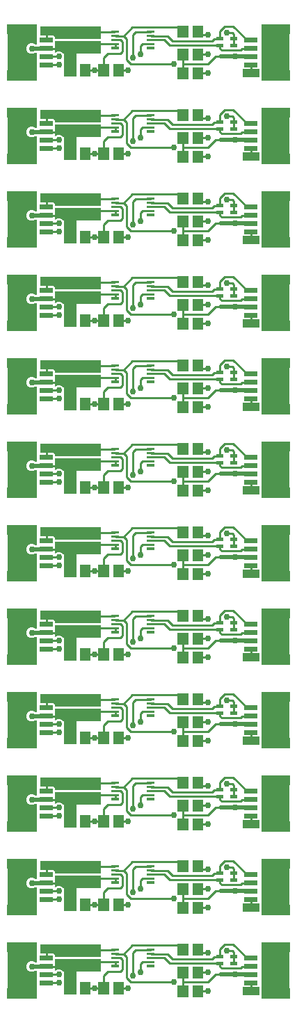
<source format=gbr>
G04 start of page 2 for group 0 idx 0 *
G04 Title: (unknown), top *
G04 Creator: pcb 20140316 *
G04 CreationDate: Tue 26 Feb 2019 03:12:25 PM GMT UTC *
G04 For: railfan *
G04 Format: Gerber/RS-274X *
G04 PCB-Dimensions (mil): 1580.00 4900.00 *
G04 PCB-Coordinate-Origin: lower left *
%MOIN*%
%FSLAX25Y25*%
%LNTOP*%
%ADD22C,0.0130*%
%ADD21C,0.0310*%
%ADD20C,0.0300*%
%ADD19R,0.0472X0.0472*%
%ADD18R,0.0236X0.0236*%
%ADD17R,0.0167X0.0167*%
%ADD16R,0.0512X0.0512*%
%ADD15R,0.0100X0.0100*%
%ADD14R,0.0120X0.0120*%
%ADD13C,0.0200*%
%ADD12C,0.0100*%
%ADD11C,0.0001*%
G54D11*G36*
X56000Y270500D02*Y264500D01*
X38095D01*
X38092Y264505D01*
X37836Y264805D01*
X37537Y265060D01*
X37201Y265266D01*
X36838Y265416D01*
X36455Y265508D01*
X36063Y265539D01*
X35671Y265508D01*
X35288Y265416D01*
X34925Y265266D01*
X34589Y265060D01*
X34290Y264805D01*
X34056Y264532D01*
X34001D01*
X34000Y264535D01*
Y265465D01*
X34005Y265478D01*
X34042Y265631D01*
X34051Y265788D01*
X34042Y268306D01*
X34005Y268459D01*
X34000Y268472D01*
Y269402D01*
X34005Y269415D01*
X34042Y269568D01*
X34051Y269725D01*
X34048Y270500D01*
X56000D01*
G37*
G36*
X38500Y253500D02*Y258536D01*
X38540Y258702D01*
X38563Y259094D01*
X38540Y259487D01*
X38500Y259653D01*
Y262473D01*
X38540Y262639D01*
X38563Y263031D01*
X38540Y263424D01*
X38500Y263590D01*
Y267500D01*
X44500D01*
Y253500D01*
X38500D01*
G37*
G36*
X56000Y277500D02*Y271500D01*
X34045D01*
X34042Y272243D01*
X34005Y272396D01*
X33945Y272542D01*
X33863Y272676D01*
X33760Y272796D01*
X33641Y272898D01*
X33506Y272980D01*
X33361Y273041D01*
X33208Y273077D01*
X33051Y273087D01*
X27000Y273078D01*
Y277500D01*
X56000D01*
G37*
G36*
X11500Y278500D02*X25500D01*
Y268969D01*
X24508D01*
X24474Y268997D01*
X24138Y269203D01*
X23775Y269353D01*
X23392Y269445D01*
X23000Y269476D01*
X22608Y269445D01*
X22225Y269353D01*
X21862Y269203D01*
X21526Y268997D01*
X21227Y268742D01*
X20971Y268442D01*
X20766Y268107D01*
X20615Y267743D01*
X20523Y267361D01*
X20492Y266969D01*
X20523Y266576D01*
X20615Y266194D01*
X20766Y265830D01*
X20971Y265495D01*
X21227Y265195D01*
X21526Y264940D01*
X21862Y264734D01*
X22225Y264584D01*
X22608Y264492D01*
X23000Y264461D01*
X23392Y264492D01*
X23775Y264584D01*
X24138Y264734D01*
X24474Y264940D01*
X24508Y264969D01*
X25500D01*
Y251500D01*
X11500D01*
Y278500D01*
G37*
G36*
X56000Y230500D02*Y224500D01*
X38095D01*
X38092Y224505D01*
X37836Y224805D01*
X37537Y225060D01*
X37201Y225266D01*
X36838Y225416D01*
X36455Y225508D01*
X36063Y225539D01*
X35671Y225508D01*
X35288Y225416D01*
X34925Y225266D01*
X34589Y225060D01*
X34290Y224805D01*
X34056Y224532D01*
X34001D01*
X34000Y224535D01*
Y225465D01*
X34005Y225478D01*
X34042Y225631D01*
X34051Y225788D01*
X34042Y228306D01*
X34005Y228459D01*
X34000Y228472D01*
Y229402D01*
X34005Y229415D01*
X34042Y229568D01*
X34051Y229725D01*
X34048Y230500D01*
X56000D01*
G37*
G36*
X38500Y213500D02*Y218536D01*
X38540Y218702D01*
X38563Y219094D01*
X38540Y219487D01*
X38500Y219653D01*
Y222473D01*
X38540Y222639D01*
X38563Y223031D01*
X38540Y223424D01*
X38500Y223590D01*
Y227500D01*
X44500D01*
Y213500D01*
X38500D01*
G37*
G36*
X56000Y237500D02*Y231500D01*
X34045D01*
X34042Y232243D01*
X34005Y232396D01*
X33945Y232542D01*
X33863Y232676D01*
X33760Y232796D01*
X33641Y232898D01*
X33506Y232980D01*
X33361Y233041D01*
X33208Y233077D01*
X33051Y233087D01*
X27000Y233078D01*
Y237500D01*
X56000D01*
G37*
G36*
X11500Y238500D02*X25500D01*
Y228969D01*
X24508D01*
X24474Y228997D01*
X24138Y229203D01*
X23775Y229353D01*
X23392Y229445D01*
X23000Y229476D01*
X22608Y229445D01*
X22225Y229353D01*
X21862Y229203D01*
X21526Y228997D01*
X21227Y228742D01*
X20971Y228443D01*
X20766Y228107D01*
X20615Y227743D01*
X20523Y227361D01*
X20492Y226969D01*
X20523Y226576D01*
X20615Y226194D01*
X20766Y225830D01*
X20971Y225495D01*
X21227Y225195D01*
X21526Y224940D01*
X21862Y224734D01*
X22225Y224584D01*
X22608Y224492D01*
X23000Y224461D01*
X23392Y224492D01*
X23775Y224584D01*
X24138Y224734D01*
X24474Y224940D01*
X24508Y224969D01*
X25500D01*
Y211500D01*
X11500D01*
Y238500D01*
G37*
G36*
X146500Y358500D02*Y331500D01*
X133000D01*
Y358500D01*
X146500D01*
G37*
G36*
X132000Y333000D02*X124000D01*
Y337000D01*
X132000D01*
Y333000D01*
G37*
G36*
X146500Y318500D02*Y291500D01*
X133000D01*
Y318500D01*
X146500D01*
G37*
G36*
X132000Y293000D02*X124000D01*
Y297000D01*
X132000D01*
Y293000D01*
G37*
G36*
X146500Y278500D02*Y251500D01*
X133000D01*
Y278500D01*
X146500D01*
G37*
G36*
X132000Y253000D02*X124000D01*
Y257000D01*
X132000D01*
Y253000D01*
G37*
G36*
X146500Y238500D02*Y211500D01*
X133000D01*
Y238500D01*
X146500D01*
G37*
G36*
X132000Y213000D02*X124000D01*
Y217000D01*
X132000D01*
Y213000D01*
G37*
G36*
X146500Y198500D02*Y171500D01*
X133000D01*
Y198500D01*
X146500D01*
G37*
G36*
X132000Y173000D02*X124000D01*
Y177000D01*
X132000D01*
Y173000D01*
G37*
G36*
X146500Y158500D02*Y131500D01*
X133000D01*
Y158500D01*
X146500D01*
G37*
G36*
Y118500D02*Y91500D01*
X133000D01*
Y118500D01*
X146500D01*
G37*
G36*
Y78500D02*Y51500D01*
X133000D01*
Y78500D01*
X146500D01*
G37*
G36*
Y38500D02*Y11500D01*
X133000D01*
Y38500D01*
X146500D01*
G37*
G36*
X132000Y133000D02*X124000D01*
Y137000D01*
X132000D01*
Y133000D01*
G37*
G36*
Y93000D02*X124000D01*
Y97000D01*
X132000D01*
Y93000D01*
G37*
G36*
Y53000D02*X124000D01*
Y57000D01*
X132000D01*
Y53000D01*
G37*
G36*
Y13000D02*X124000D01*
Y17000D01*
X132000D01*
Y13000D01*
G37*
G36*
X56000Y190500D02*Y184500D01*
X38095D01*
X38092Y184505D01*
X37836Y184805D01*
X37537Y185060D01*
X37201Y185266D01*
X36838Y185416D01*
X36455Y185508D01*
X36063Y185539D01*
X35671Y185508D01*
X35288Y185416D01*
X34925Y185266D01*
X34589Y185060D01*
X34290Y184805D01*
X34056Y184532D01*
X34001D01*
X34000Y184535D01*
Y185465D01*
X34005Y185478D01*
X34042Y185631D01*
X34051Y185788D01*
X34042Y188306D01*
X34005Y188459D01*
X34000Y188472D01*
Y189402D01*
X34005Y189415D01*
X34042Y189568D01*
X34051Y189725D01*
X34048Y190500D01*
X56000D01*
G37*
G36*
X38500Y173500D02*Y178536D01*
X38540Y178702D01*
X38563Y179094D01*
X38540Y179487D01*
X38500Y179653D01*
Y182473D01*
X38540Y182639D01*
X38563Y183031D01*
X38540Y183424D01*
X38500Y183590D01*
Y187500D01*
X44500D01*
Y173500D01*
X38500D01*
G37*
G36*
X56000Y197500D02*Y191500D01*
X34045D01*
X34042Y192243D01*
X34005Y192396D01*
X33945Y192542D01*
X33863Y192676D01*
X33760Y192796D01*
X33641Y192898D01*
X33506Y192980D01*
X33361Y193041D01*
X33208Y193077D01*
X33051Y193087D01*
X27000Y193078D01*
Y197500D01*
X56000D01*
G37*
G36*
X11500Y198500D02*X25500D01*
Y188969D01*
X24508D01*
X24474Y188997D01*
X24138Y189203D01*
X23775Y189353D01*
X23392Y189445D01*
X23000Y189476D01*
X22608Y189445D01*
X22225Y189353D01*
X21862Y189203D01*
X21526Y188997D01*
X21227Y188742D01*
X20971Y188442D01*
X20766Y188107D01*
X20615Y187743D01*
X20523Y187361D01*
X20492Y186969D01*
X20523Y186576D01*
X20615Y186194D01*
X20766Y185830D01*
X20971Y185495D01*
X21227Y185195D01*
X21526Y184940D01*
X21862Y184734D01*
X22225Y184584D01*
X22608Y184492D01*
X23000Y184461D01*
X23392Y184492D01*
X23775Y184584D01*
X24138Y184734D01*
X24474Y184940D01*
X24508Y184969D01*
X25500D01*
Y171500D01*
X11500D01*
Y198500D01*
G37*
G36*
X56000Y150500D02*Y144500D01*
X38095D01*
X38092Y144505D01*
X37836Y144805D01*
X37537Y145060D01*
X37201Y145266D01*
X36838Y145416D01*
X36455Y145508D01*
X36063Y145539D01*
X35671Y145508D01*
X35288Y145416D01*
X34925Y145266D01*
X34589Y145060D01*
X34290Y144805D01*
X34056Y144532D01*
X34001D01*
X34000Y144535D01*
Y145465D01*
X34005Y145478D01*
X34042Y145631D01*
X34051Y145788D01*
X34042Y148306D01*
X34005Y148459D01*
X34000Y148472D01*
Y149402D01*
X34005Y149415D01*
X34042Y149568D01*
X34051Y149725D01*
X34048Y150500D01*
X56000D01*
G37*
G36*
X38500Y133500D02*Y138536D01*
X38540Y138702D01*
X38563Y139094D01*
X38540Y139487D01*
X38500Y139653D01*
Y142473D01*
X38540Y142639D01*
X38563Y143031D01*
X38540Y143424D01*
X38500Y143590D01*
Y147500D01*
X44500D01*
Y133500D01*
X38500D01*
G37*
G36*
X56000Y157500D02*Y151500D01*
X34045D01*
X34042Y152243D01*
X34005Y152396D01*
X33945Y152542D01*
X33863Y152676D01*
X33760Y152796D01*
X33641Y152898D01*
X33506Y152980D01*
X33361Y153041D01*
X33208Y153077D01*
X33051Y153087D01*
X27000Y153078D01*
Y157500D01*
X56000D01*
G37*
G36*
X11500Y158500D02*X25500D01*
Y148969D01*
X24508D01*
X24474Y148997D01*
X24138Y149203D01*
X23775Y149353D01*
X23392Y149445D01*
X23000Y149476D01*
X22608Y149445D01*
X22225Y149353D01*
X21862Y149203D01*
X21526Y148997D01*
X21227Y148742D01*
X20971Y148442D01*
X20766Y148107D01*
X20615Y147743D01*
X20523Y147361D01*
X20492Y146969D01*
X20523Y146576D01*
X20615Y146194D01*
X20766Y145830D01*
X20971Y145495D01*
X21227Y145195D01*
X21526Y144940D01*
X21862Y144734D01*
X22225Y144584D01*
X22608Y144492D01*
X23000Y144461D01*
X23392Y144492D01*
X23775Y144584D01*
X24138Y144734D01*
X24474Y144940D01*
X24508Y144969D01*
X25500D01*
Y131500D01*
X11500D01*
Y158500D01*
G37*
G36*
X56000Y110500D02*Y104500D01*
X38095D01*
X38092Y104505D01*
X37836Y104805D01*
X37537Y105060D01*
X37201Y105266D01*
X36838Y105416D01*
X36455Y105508D01*
X36063Y105539D01*
X35671Y105508D01*
X35288Y105416D01*
X34925Y105266D01*
X34589Y105060D01*
X34290Y104805D01*
X34056Y104532D01*
X34001D01*
X34000Y104535D01*
Y105465D01*
X34005Y105478D01*
X34042Y105631D01*
X34051Y105788D01*
X34042Y108306D01*
X34005Y108459D01*
X34000Y108472D01*
Y109402D01*
X34005Y109415D01*
X34042Y109568D01*
X34051Y109725D01*
X34048Y110500D01*
X56000D01*
G37*
G36*
X38500Y93500D02*Y98536D01*
X38540Y98702D01*
X38563Y99094D01*
X38540Y99487D01*
X38500Y99653D01*
Y102473D01*
X38540Y102639D01*
X38563Y103031D01*
X38540Y103424D01*
X38500Y103590D01*
Y107500D01*
X44500D01*
Y93500D01*
X38500D01*
G37*
G36*
X56000Y117500D02*Y111500D01*
X34045D01*
X34042Y112243D01*
X34005Y112396D01*
X33945Y112542D01*
X33863Y112676D01*
X33760Y112796D01*
X33641Y112898D01*
X33506Y112980D01*
X33361Y113041D01*
X33208Y113077D01*
X33051Y113087D01*
X27000Y113078D01*
Y117500D01*
X56000D01*
G37*
G36*
X11500Y118500D02*X25500D01*
Y108969D01*
X24508D01*
X24474Y108997D01*
X24138Y109203D01*
X23775Y109353D01*
X23392Y109445D01*
X23000Y109476D01*
X22608Y109445D01*
X22225Y109353D01*
X21862Y109203D01*
X21526Y108997D01*
X21227Y108742D01*
X20971Y108442D01*
X20766Y108107D01*
X20615Y107743D01*
X20523Y107361D01*
X20492Y106969D01*
X20523Y106576D01*
X20615Y106194D01*
X20766Y105830D01*
X20971Y105495D01*
X21227Y105195D01*
X21526Y104940D01*
X21862Y104734D01*
X22225Y104584D01*
X22608Y104492D01*
X23000Y104461D01*
X23392Y104492D01*
X23775Y104584D01*
X24138Y104734D01*
X24474Y104940D01*
X24508Y104969D01*
X25500D01*
Y91500D01*
X11500D01*
Y118500D01*
G37*
G36*
X56000Y70500D02*Y64500D01*
X38095D01*
X38092Y64505D01*
X37836Y64805D01*
X37537Y65060D01*
X37201Y65266D01*
X36838Y65416D01*
X36455Y65508D01*
X36063Y65539D01*
X35671Y65508D01*
X35288Y65416D01*
X34925Y65266D01*
X34589Y65060D01*
X34290Y64805D01*
X34056Y64532D01*
X34001D01*
X34000Y64535D01*
Y65465D01*
X34005Y65478D01*
X34042Y65631D01*
X34051Y65788D01*
X34042Y68306D01*
X34005Y68459D01*
X34000Y68472D01*
Y69402D01*
X34005Y69415D01*
X34042Y69568D01*
X34051Y69725D01*
X34048Y70500D01*
X56000D01*
G37*
G36*
X38500Y53500D02*Y58536D01*
X38540Y58702D01*
X38563Y59094D01*
X38540Y59487D01*
X38500Y59653D01*
Y62473D01*
X38540Y62639D01*
X38563Y63031D01*
X38540Y63424D01*
X38500Y63590D01*
Y67500D01*
X44500D01*
Y53500D01*
X38500D01*
G37*
G36*
X56000Y77500D02*Y71500D01*
X34045D01*
X34042Y72243D01*
X34005Y72396D01*
X33945Y72542D01*
X33863Y72676D01*
X33760Y72796D01*
X33641Y72898D01*
X33506Y72980D01*
X33361Y73041D01*
X33208Y73077D01*
X33051Y73087D01*
X27000Y73078D01*
Y77500D01*
X56000D01*
G37*
G36*
X11500Y78500D02*X25500D01*
Y68969D01*
X24508D01*
X24474Y68997D01*
X24138Y69203D01*
X23775Y69353D01*
X23392Y69445D01*
X23000Y69476D01*
X22608Y69445D01*
X22225Y69353D01*
X21862Y69203D01*
X21526Y68997D01*
X21227Y68742D01*
X20971Y68442D01*
X20766Y68107D01*
X20615Y67743D01*
X20523Y67361D01*
X20492Y66969D01*
X20523Y66576D01*
X20615Y66194D01*
X20766Y65830D01*
X20971Y65495D01*
X21227Y65195D01*
X21526Y64940D01*
X21862Y64734D01*
X22225Y64584D01*
X22608Y64492D01*
X23000Y64461D01*
X23392Y64492D01*
X23775Y64584D01*
X24138Y64734D01*
X24474Y64940D01*
X24508Y64969D01*
X25500D01*
Y51500D01*
X11500D01*
Y78500D01*
G37*
G36*
X56000Y30500D02*Y24500D01*
X38095D01*
X38092Y24505D01*
X37836Y24805D01*
X37537Y25060D01*
X37201Y25266D01*
X36838Y25416D01*
X36455Y25508D01*
X36063Y25539D01*
X35671Y25508D01*
X35288Y25416D01*
X34925Y25266D01*
X34589Y25060D01*
X34290Y24805D01*
X34056Y24532D01*
X34001D01*
X34000Y24535D01*
Y25465D01*
X34005Y25478D01*
X34042Y25631D01*
X34051Y25788D01*
X34042Y28306D01*
X34005Y28459D01*
X34000Y28472D01*
Y29402D01*
X34005Y29415D01*
X34042Y29568D01*
X34051Y29725D01*
X34048Y30500D01*
X56000D01*
G37*
G36*
X38500Y13500D02*Y18536D01*
X38540Y18702D01*
X38563Y19094D01*
X38540Y19487D01*
X38500Y19653D01*
Y22473D01*
X38540Y22639D01*
X38563Y23031D01*
X38540Y23424D01*
X38500Y23590D01*
Y27500D01*
X44500D01*
Y13500D01*
X38500D01*
G37*
G36*
X56000Y37500D02*Y31500D01*
X34045D01*
X34042Y32243D01*
X34005Y32396D01*
X33945Y32542D01*
X33863Y32676D01*
X33760Y32796D01*
X33641Y32898D01*
X33506Y32980D01*
X33361Y33041D01*
X33208Y33077D01*
X33051Y33087D01*
X27000Y33078D01*
Y37500D01*
X56000D01*
G37*
G36*
X11500Y38500D02*X25500D01*
Y28969D01*
X24508D01*
X24474Y28997D01*
X24138Y29203D01*
X23775Y29353D01*
X23392Y29445D01*
X23000Y29476D01*
X22608Y29445D01*
X22225Y29353D01*
X21862Y29203D01*
X21526Y28997D01*
X21227Y28742D01*
X20971Y28442D01*
X20766Y28107D01*
X20615Y27743D01*
X20523Y27361D01*
X20492Y26969D01*
X20523Y26576D01*
X20615Y26194D01*
X20766Y25830D01*
X20971Y25495D01*
X21227Y25195D01*
X21526Y24940D01*
X21862Y24734D01*
X22225Y24584D01*
X22608Y24492D01*
X23000Y24461D01*
X23392Y24492D01*
X23775Y24584D01*
X24138Y24734D01*
X24474Y24940D01*
X24508Y24969D01*
X25500D01*
Y11500D01*
X11500D01*
Y38500D01*
G37*
G36*
X56000Y470500D02*Y464500D01*
X38095D01*
X38092Y464505D01*
X37836Y464805D01*
X37537Y465060D01*
X37201Y465266D01*
X36838Y465416D01*
X36455Y465508D01*
X36063Y465539D01*
X35671Y465508D01*
X35288Y465416D01*
X34925Y465266D01*
X34589Y465060D01*
X34290Y464805D01*
X34056Y464531D01*
X34001D01*
X34000Y464535D01*
Y465465D01*
X34005Y465478D01*
X34042Y465631D01*
X34051Y465788D01*
X34042Y468306D01*
X34005Y468459D01*
X34000Y468472D01*
Y469402D01*
X34005Y469415D01*
X34042Y469568D01*
X34051Y469725D01*
X34048Y470500D01*
X56000D01*
G37*
G36*
X38500Y453500D02*Y458536D01*
X38540Y458702D01*
X38563Y459094D01*
X38540Y459487D01*
X38500Y459653D01*
Y462473D01*
X38540Y462639D01*
X38563Y463031D01*
X38540Y463424D01*
X38500Y463590D01*
Y467500D01*
X44500D01*
Y453500D01*
X38500D01*
G37*
G36*
X56000Y477500D02*Y471500D01*
X34045D01*
X34042Y472243D01*
X34005Y472396D01*
X33945Y472542D01*
X33863Y472676D01*
X33760Y472796D01*
X33641Y472898D01*
X33506Y472980D01*
X33361Y473041D01*
X33208Y473077D01*
X33051Y473087D01*
X27000Y473078D01*
Y477500D01*
X56000D01*
G37*
G36*
X11500Y478500D02*X25500D01*
Y468969D01*
X24508D01*
X24474Y468997D01*
X24138Y469203D01*
X23775Y469353D01*
X23392Y469445D01*
X23000Y469476D01*
X22608Y469445D01*
X22225Y469353D01*
X21862Y469203D01*
X21526Y468997D01*
X21227Y468742D01*
X20971Y468442D01*
X20766Y468107D01*
X20615Y467743D01*
X20523Y467361D01*
X20492Y466969D01*
X20523Y466576D01*
X20615Y466194D01*
X20766Y465830D01*
X20971Y465495D01*
X21227Y465195D01*
X21526Y464940D01*
X21862Y464734D01*
X22225Y464584D01*
X22608Y464492D01*
X23000Y464461D01*
X23392Y464492D01*
X23775Y464584D01*
X24138Y464734D01*
X24474Y464940D01*
X24508Y464969D01*
X25500D01*
Y451500D01*
X11500D01*
Y478500D01*
G37*
G36*
X56000Y430500D02*Y424500D01*
X38095D01*
X38092Y424505D01*
X37836Y424805D01*
X37537Y425060D01*
X37201Y425266D01*
X36838Y425416D01*
X36455Y425508D01*
X36063Y425539D01*
X35671Y425508D01*
X35288Y425416D01*
X34925Y425266D01*
X34589Y425060D01*
X34290Y424805D01*
X34056Y424531D01*
X34001D01*
X34000Y424535D01*
Y425465D01*
X34005Y425478D01*
X34042Y425631D01*
X34051Y425788D01*
X34042Y428306D01*
X34005Y428459D01*
X34000Y428472D01*
Y429402D01*
X34005Y429415D01*
X34042Y429568D01*
X34051Y429725D01*
X34048Y430500D01*
X56000D01*
G37*
G36*
Y437500D02*Y431500D01*
X34045D01*
X34042Y432243D01*
X34005Y432396D01*
X33945Y432542D01*
X33863Y432676D01*
X33760Y432796D01*
X33641Y432898D01*
X33506Y432980D01*
X33361Y433041D01*
X33208Y433077D01*
X33051Y433087D01*
X27000Y433078D01*
Y437500D01*
X56000D01*
G37*
G36*
X38500Y413500D02*Y418536D01*
X38540Y418702D01*
X38563Y419094D01*
X38540Y419487D01*
X38500Y419653D01*
Y422473D01*
X38540Y422639D01*
X38563Y423031D01*
X38540Y423424D01*
X38500Y423590D01*
Y427500D01*
X44500D01*
Y413500D01*
X38500D01*
G37*
G36*
X56000Y390500D02*Y384500D01*
X38095D01*
X38092Y384505D01*
X37836Y384805D01*
X37537Y385060D01*
X37201Y385266D01*
X36838Y385416D01*
X36455Y385508D01*
X36063Y385539D01*
X35671Y385508D01*
X35288Y385416D01*
X34925Y385266D01*
X34589Y385060D01*
X34290Y384805D01*
X34056Y384532D01*
X34001D01*
X34000Y384535D01*
Y385465D01*
X34005Y385478D01*
X34042Y385631D01*
X34051Y385788D01*
X34042Y388306D01*
X34005Y388459D01*
X34000Y388472D01*
Y389402D01*
X34005Y389415D01*
X34042Y389568D01*
X34051Y389725D01*
X34048Y390500D01*
X56000D01*
G37*
G36*
X38500Y373500D02*Y378536D01*
X38540Y378702D01*
X38563Y379094D01*
X38540Y379487D01*
X38500Y379653D01*
Y382473D01*
X38540Y382639D01*
X38563Y383031D01*
X38540Y383424D01*
X38500Y383590D01*
Y387500D01*
X44500D01*
Y373500D01*
X38500D01*
G37*
G36*
X56000Y397500D02*Y391500D01*
X34045D01*
X34042Y392243D01*
X34005Y392396D01*
X33945Y392542D01*
X33863Y392676D01*
X33760Y392796D01*
X33641Y392898D01*
X33506Y392980D01*
X33361Y393041D01*
X33208Y393077D01*
X33051Y393087D01*
X27000Y393078D01*
Y397500D01*
X56000D01*
G37*
G36*
X11500Y438500D02*X25500D01*
Y428969D01*
X24508D01*
X24474Y428997D01*
X24138Y429203D01*
X23775Y429353D01*
X23392Y429445D01*
X23000Y429476D01*
X22608Y429445D01*
X22225Y429353D01*
X21862Y429203D01*
X21526Y428997D01*
X21227Y428742D01*
X20971Y428442D01*
X20766Y428107D01*
X20615Y427743D01*
X20523Y427361D01*
X20492Y426969D01*
X20523Y426576D01*
X20615Y426194D01*
X20766Y425830D01*
X20971Y425495D01*
X21227Y425195D01*
X21526Y424940D01*
X21862Y424734D01*
X22225Y424584D01*
X22608Y424492D01*
X23000Y424461D01*
X23392Y424492D01*
X23775Y424584D01*
X24138Y424734D01*
X24474Y424940D01*
X24508Y424969D01*
X25500D01*
Y411500D01*
X11500D01*
Y438500D01*
G37*
G36*
Y398500D02*X25500D01*
Y388969D01*
X24508D01*
X24474Y388997D01*
X24138Y389203D01*
X23775Y389353D01*
X23392Y389445D01*
X23000Y389476D01*
X22608Y389445D01*
X22225Y389353D01*
X21862Y389203D01*
X21526Y388997D01*
X21227Y388742D01*
X20971Y388442D01*
X20766Y388107D01*
X20615Y387743D01*
X20523Y387361D01*
X20492Y386969D01*
X20523Y386576D01*
X20615Y386194D01*
X20766Y385830D01*
X20971Y385495D01*
X21227Y385195D01*
X21526Y384940D01*
X21862Y384734D01*
X22225Y384584D01*
X22608Y384492D01*
X23000Y384461D01*
X23392Y384492D01*
X23775Y384584D01*
X24138Y384734D01*
X24474Y384940D01*
X24508Y384969D01*
X25500D01*
Y371500D01*
X11500D01*
Y398500D01*
G37*
G36*
X146500Y478500D02*Y451500D01*
X133000D01*
Y478500D01*
X146500D01*
G37*
G36*
X132000Y453000D02*X124000D01*
Y457000D01*
X132000D01*
Y453000D01*
G37*
G36*
X146500Y438500D02*Y411500D01*
X133000D01*
Y438500D01*
X146500D01*
G37*
G36*
Y398500D02*Y371500D01*
X133000D01*
Y398500D01*
X146500D01*
G37*
G36*
X132000Y413000D02*X124000D01*
Y417000D01*
X132000D01*
Y413000D01*
G37*
G36*
Y373000D02*X124000D01*
Y377000D01*
X132000D01*
Y373000D01*
G37*
G36*
X56000Y350500D02*Y344500D01*
X38095D01*
X38092Y344505D01*
X37836Y344805D01*
X37537Y345060D01*
X37201Y345266D01*
X36838Y345416D01*
X36455Y345508D01*
X36063Y345539D01*
X35671Y345508D01*
X35288Y345416D01*
X34925Y345266D01*
X34589Y345060D01*
X34290Y344805D01*
X34056Y344532D01*
X34001D01*
X34000Y344535D01*
Y345465D01*
X34005Y345478D01*
X34042Y345631D01*
X34051Y345788D01*
X34042Y348306D01*
X34005Y348459D01*
X34000Y348472D01*
Y349402D01*
X34005Y349415D01*
X34042Y349568D01*
X34051Y349725D01*
X34048Y350500D01*
X56000D01*
G37*
G36*
X38500Y333500D02*Y338536D01*
X38540Y338702D01*
X38563Y339094D01*
X38540Y339487D01*
X38500Y339653D01*
Y342473D01*
X38540Y342639D01*
X38563Y343031D01*
X38540Y343424D01*
X38500Y343590D01*
Y347500D01*
X44500D01*
Y333500D01*
X38500D01*
G37*
G36*
X56000Y357500D02*Y351500D01*
X34045D01*
X34042Y352243D01*
X34005Y352396D01*
X33945Y352542D01*
X33863Y352676D01*
X33760Y352796D01*
X33641Y352898D01*
X33506Y352980D01*
X33361Y353041D01*
X33208Y353077D01*
X33051Y353087D01*
X27000Y353078D01*
Y357500D01*
X56000D01*
G37*
G36*
X11500Y358500D02*X25500D01*
Y348969D01*
X24508D01*
X24474Y348997D01*
X24138Y349203D01*
X23775Y349353D01*
X23392Y349445D01*
X23000Y349476D01*
X22608Y349445D01*
X22225Y349353D01*
X21862Y349203D01*
X21526Y348997D01*
X21227Y348742D01*
X20971Y348442D01*
X20766Y348107D01*
X20615Y347743D01*
X20523Y347361D01*
X20492Y346969D01*
X20523Y346576D01*
X20615Y346194D01*
X20766Y345830D01*
X20971Y345495D01*
X21227Y345195D01*
X21526Y344940D01*
X21862Y344734D01*
X22225Y344584D01*
X22608Y344492D01*
X23000Y344461D01*
X23392Y344492D01*
X23775Y344584D01*
X24138Y344734D01*
X24474Y344940D01*
X24508Y344969D01*
X25500D01*
Y331500D01*
X11500D01*
Y358500D01*
G37*
G36*
X56000Y310500D02*Y304500D01*
X38095D01*
X38092Y304505D01*
X37836Y304805D01*
X37537Y305060D01*
X37201Y305266D01*
X36838Y305416D01*
X36455Y305508D01*
X36063Y305539D01*
X35671Y305508D01*
X35288Y305416D01*
X34925Y305266D01*
X34589Y305060D01*
X34290Y304805D01*
X34056Y304532D01*
X34001D01*
X34000Y304535D01*
Y305465D01*
X34005Y305478D01*
X34042Y305631D01*
X34051Y305788D01*
X34042Y308306D01*
X34005Y308459D01*
X34000Y308472D01*
Y309402D01*
X34005Y309415D01*
X34042Y309568D01*
X34051Y309725D01*
X34048Y310500D01*
X56000D01*
G37*
G36*
X38500Y293500D02*Y298536D01*
X38540Y298702D01*
X38563Y299094D01*
X38540Y299487D01*
X38500Y299653D01*
Y302473D01*
X38540Y302639D01*
X38563Y303031D01*
X38540Y303424D01*
X38500Y303590D01*
Y307500D01*
X44500D01*
Y293500D01*
X38500D01*
G37*
G36*
X56000Y317500D02*Y311500D01*
X34045D01*
X34042Y312243D01*
X34005Y312396D01*
X33945Y312542D01*
X33863Y312676D01*
X33760Y312796D01*
X33641Y312898D01*
X33506Y312980D01*
X33361Y313041D01*
X33208Y313077D01*
X33051Y313087D01*
X27000Y313078D01*
Y317500D01*
X56000D01*
G37*
G36*
X11500Y318500D02*X25500D01*
Y308969D01*
X24508D01*
X24474Y308997D01*
X24138Y309203D01*
X23775Y309353D01*
X23392Y309445D01*
X23000Y309476D01*
X22608Y309445D01*
X22225Y309353D01*
X21862Y309203D01*
X21526Y308997D01*
X21227Y308742D01*
X20971Y308442D01*
X20766Y308107D01*
X20615Y307743D01*
X20523Y307361D01*
X20492Y306969D01*
X20523Y306576D01*
X20615Y306194D01*
X20766Y305830D01*
X20971Y305495D01*
X21227Y305195D01*
X21526Y304940D01*
X21862Y304734D01*
X22225Y304584D01*
X22608Y304492D01*
X23000Y304461D01*
X23392Y304492D01*
X23775Y304584D01*
X24138Y304734D01*
X24474Y304940D01*
X24508Y304969D01*
X25500D01*
Y291500D01*
X11500D01*
Y318500D01*
G37*
G54D12*X62952Y394937D02*X52500D01*
X62952Y389031D02*X52500D01*
X63000Y391000D02*X65500D01*
X66500Y390000D01*
Y385500D01*
X65500Y384500D01*
X63000Y392969D02*X67031D01*
X68500Y391500D01*
X67031Y392969D02*X71062Y397000D01*
X68500Y391500D02*Y381500D01*
X63000Y387063D02*Y389031D01*
X48543Y376500D02*X56457D01*
X65500Y384500D02*X59500D01*
X57457Y382457D01*
Y376500D01*
X64543D02*X69000D01*
X68500Y381500D02*X70500Y379500D01*
X95457Y384000D02*Y375000D01*
X102543D02*X107500D01*
X102543Y384000D02*X107500D01*
X95457Y379457D02*X107457D01*
X111031Y383031D01*
X89000Y388500D02*X113077D01*
X70500Y379500D02*X91000D01*
X90500Y390500D02*X88031Y392969D01*
X80048D01*
X71062Y397000D02*X95457D01*
X107500Y393500D02*X102543D01*
X80000Y394937D02*X72937D01*
X71500Y393500D01*
X89000Y388500D02*X86500Y391000D01*
X80048D01*
X71500Y393500D02*Y382500D01*
X80000Y389031D02*X76031D01*
X75000Y388000D01*
Y384000D01*
X90500Y390500D02*X109500D01*
X110575Y391575D01*
X113152D01*
Y395152D01*
X119848Y388425D02*Y393652D01*
X119000Y394500D01*
X116500D01*
X113152Y395152D02*X115500Y397500D01*
X119500D01*
X126000Y391000D01*
X111031Y383031D02*X113500D01*
X128000Y375000D02*Y379094D01*
G54D13*X113500Y383031D02*X128000D01*
G54D12*X123000Y386000D02*X114000D01*
X113500Y386500D01*
X114000Y386000D02*X113152Y386848D01*
Y388425D01*
X113077Y388500D01*
X123000Y386000D02*X123969Y386969D01*
X128000D01*
X30000Y379094D02*X36063D01*
X30000Y339094D02*X36063D01*
X30000Y343031D02*X36063D01*
X30000Y346969D02*X37000D01*
X30000Y350906D02*Y355000D01*
Y383031D02*X36063D01*
X30000Y386969D02*X37000D01*
X30000Y390906D02*Y395000D01*
G54D13*X23000Y386969D02*X30000D01*
X23000Y346969D02*X30000D01*
G54D12*X62952Y354937D02*X52500D01*
X62952Y349031D02*X52500D01*
X63000Y347063D02*Y349031D01*
Y351000D02*X65500D01*
X66500Y350000D01*
Y345500D01*
X63000Y352969D02*X67031D01*
X68500Y351500D01*
X67031Y352969D02*X71062Y357000D01*
X68500Y351500D02*Y341500D01*
X71500Y353500D02*Y342500D01*
X75000Y348000D02*Y344000D01*
X48543Y336500D02*X56457D01*
X64543D02*X69000D01*
X66500Y345500D02*X65500Y344500D01*
X59500D01*
X57457Y342457D01*
Y336500D01*
X68500Y341500D02*X70500Y339500D01*
X91000D01*
X89000Y348500D02*X86500Y351000D01*
X90500Y350500D02*X88031Y352969D01*
X80048D01*
X71062Y357000D02*X95457D01*
X107500Y353500D02*X102543D01*
X86500Y351000D02*X80048D01*
X80000Y354937D02*X72937D01*
X71500Y353500D01*
X80000Y349031D02*X76031D01*
X75000Y348000D01*
X90500Y350500D02*X109500D01*
X110575Y351575D01*
X113152D01*
Y355152D01*
X119848Y348425D02*Y353652D01*
X119000Y354500D01*
X116500D01*
X113152Y355152D02*X115500Y357500D01*
X119500D01*
X126000Y351000D01*
X95457Y344000D02*Y335000D01*
X102543D02*X107500D01*
X102543Y344000D02*X107500D01*
X95457Y339457D02*X107457D01*
X111031Y343031D01*
X89000Y348500D02*X113077D01*
X111031Y343031D02*X113500D01*
X128000Y335000D02*Y339094D01*
G54D13*X113500Y343031D02*X128000D01*
G54D12*X123000Y346000D02*X114000D01*
X113500Y346500D01*
X114000Y346000D02*X113152Y346848D01*
Y348425D01*
X113077Y348500D01*
X123000Y346000D02*X123969Y346969D01*
X128000D01*
X48543Y416500D02*X56457D01*
X30000Y419094D02*X36063D01*
X30000Y423031D02*X36063D01*
X30000Y426969D02*X37000D01*
X30000Y430906D02*Y435000D01*
G54D13*X23000Y426969D02*X30000D01*
G54D12*X62952Y434937D02*X52500D01*
X62952Y429031D02*X52500D01*
X63000Y427063D02*Y429031D01*
X59500Y424500D02*X57457Y422457D01*
Y416500D01*
X63000Y431000D02*X65500D01*
X66500Y430000D01*
X65500Y424500D02*X59500D01*
X66500Y430000D02*Y425500D01*
X65500Y424500D01*
X68500Y431500D02*Y421500D01*
X71500Y433500D02*Y422500D01*
X75000Y428000D02*Y424000D01*
X63000Y471000D02*X65500D01*
X63000Y472969D02*X67031D01*
X68500Y471500D01*
X67031Y472969D02*X71062Y477000D01*
X65500Y471000D02*X66500Y470000D01*
X80000Y469031D02*X76031D01*
X75000Y468000D01*
X66500Y470000D02*Y465500D01*
X64543Y456500D02*X69000D01*
X68500Y471500D02*Y461500D01*
X70500Y459500D01*
X66500Y465500D02*X65500Y464500D01*
X59500D01*
X57457Y462457D01*
X70500Y459500D02*X91000D01*
X72937Y474937D02*X71500Y473500D01*
Y462500D01*
X75000Y468000D02*Y464000D01*
X48543Y456500D02*X56457D01*
X30000Y459094D02*X36063D01*
X30000Y463031D02*X36063D01*
X30000Y466969D02*X37000D01*
X57457Y462457D02*Y456500D01*
X62952Y474937D02*X52500D01*
X62952Y469031D02*X52500D01*
X63000Y467063D02*Y469031D01*
X30000Y470906D02*Y475000D01*
G54D13*X23000Y466969D02*X30000D01*
G54D12*X95457Y464000D02*Y455000D01*
X102543D02*X107500D01*
X102543Y464000D02*X107500D01*
X95457Y459457D02*X107457D01*
X111031Y463031D01*
X113500D01*
X128000Y455000D02*Y459094D01*
G54D13*X113500Y463031D02*X128000D01*
G54D12*X123000Y466000D02*X114000D01*
X113500Y466500D01*
X114000Y466000D02*X113152Y466848D01*
Y468425D01*
X113077Y468500D01*
X123000Y466000D02*X123969Y466969D01*
X128000D01*
X89000Y468500D02*X86500Y471000D01*
X90500Y470500D02*X88031Y472969D01*
X86500Y471000D02*X80048D01*
X88031Y472969D02*X80048D01*
X71062Y477000D02*X95457D01*
X80000Y474937D02*X72937D01*
X107500Y473500D02*X102543D01*
X89000Y468500D02*X113077D01*
X90500Y470500D02*X109500D01*
X110575Y471575D01*
X113152D01*
X119848Y468425D02*Y473652D01*
X119000Y474500D01*
X116500D01*
X113152Y471575D02*Y475152D01*
X115500Y477500D01*
X119500D01*
X126000Y471000D01*
X64543Y416500D02*X69000D01*
X68500Y421500D02*X70500Y419500D01*
X91000D01*
X63000Y432969D02*X67031D01*
X68500Y431500D01*
X67031Y432969D02*X71062Y437000D01*
X95457D01*
X107500Y433500D02*X102543D01*
X80000Y434937D02*X72937D01*
X71500Y433500D01*
X89000Y428500D02*X86500Y431000D01*
X80048D01*
X90500Y430500D02*X88031Y432969D01*
X80048D01*
X80000Y429031D02*X76031D01*
X75000Y428000D01*
X95457Y424000D02*Y415000D01*
X102543D02*X107500D01*
X102543Y424000D02*X107500D01*
X95457Y419457D02*X107457D01*
X111031Y423031D01*
X89000Y428500D02*X113077D01*
X90500Y430500D02*X109500D01*
X110575Y431575D01*
X113152D01*
Y435152D01*
X119848Y428425D02*Y433652D01*
X119000Y434500D01*
X116500D01*
X113152Y435152D02*X115500Y437500D01*
X119500D01*
X126000Y431000D01*
X111031Y423031D02*X113500D01*
X128000Y415000D02*Y419094D01*
G54D13*X113500Y423031D02*X128000D01*
G54D12*X123000Y426000D02*X123969Y426969D01*
X128000D01*
X123000Y426000D02*X114000D01*
X113500Y426500D01*
X114000Y426000D02*X113152Y426848D01*
Y428425D01*
X113077Y428500D01*
X30000Y299094D02*X36063D01*
X30000Y303031D02*X36063D01*
X30000Y306969D02*X37000D01*
X30000Y310906D02*Y315000D01*
G54D13*X23000Y306969D02*X30000D01*
G54D12*Y259094D02*X36063D01*
X30000Y263031D02*X36063D01*
X30000Y266969D02*X37000D01*
X30000Y270906D02*Y275000D01*
G54D13*X23000Y266969D02*X30000D01*
G54D12*X48543Y296500D02*X56457D01*
X64543D02*X69000D01*
X66500Y305500D02*X65500Y304500D01*
X59500D01*
X57457Y302457D01*
Y296500D01*
X68500Y301500D02*X70500Y299500D01*
X91000D01*
X89000Y308500D02*X86500Y311000D01*
X90500Y310500D02*X88031Y312969D01*
X80048D01*
X71062Y317000D02*X95457D01*
X107500Y313500D02*X102543D01*
X86500Y311000D02*X80048D01*
X80000Y314937D02*X72937D01*
X71500Y313500D01*
X80000Y309031D02*X76031D01*
X75000Y308000D01*
X90500Y310500D02*X109500D01*
X110575Y311575D01*
X113152D01*
Y315152D01*
X119848Y308425D02*Y313652D01*
X119000Y314500D01*
X116500D01*
X113152Y315152D02*X115500Y317500D01*
X119500D01*
X126000Y311000D01*
X95457Y304000D02*Y295000D01*
X102543D02*X107500D01*
X102543Y304000D02*X107500D01*
X95457Y299457D02*X107457D01*
X111031Y303031D01*
X89000Y308500D02*X113077D01*
X111031Y303031D02*X113500D01*
X128000Y295000D02*Y299094D01*
G54D13*X113500Y303031D02*X128000D01*
G54D12*X123000Y306000D02*X114000D01*
X113500Y306500D01*
X114000Y306000D02*X113152Y306848D01*
Y308425D01*
X113077Y308500D01*
X123000Y306000D02*X123969Y306969D01*
X128000D01*
X62952Y314937D02*X52500D01*
X62952Y309031D02*X52500D01*
X63000Y307063D02*Y309031D01*
Y311000D02*X65500D01*
X66500Y310000D01*
Y305500D01*
X63000Y312969D02*X67031D01*
X68500Y311500D01*
X67031Y312969D02*X71062Y317000D01*
X68500Y311500D02*Y301500D01*
X71500Y313500D02*Y302500D01*
X75000Y308000D02*Y304000D01*
X62952Y274937D02*X52500D01*
X62952Y269031D02*X52500D01*
X63000Y267063D02*Y269031D01*
Y271000D02*X65500D01*
X66500Y270000D01*
Y265500D01*
X63000Y272969D02*X67031D01*
X68500Y271500D01*
X67031Y272969D02*X71062Y277000D01*
X68500Y271500D02*Y261500D01*
X71500Y273500D02*Y262500D01*
X75000Y268000D02*Y264000D01*
X68500Y261500D02*X70500Y259500D01*
X91000D01*
X89000Y268500D02*X86500Y271000D01*
X90500Y270500D02*X88031Y272969D01*
X80048D01*
X71062Y277000D02*X95457D01*
X107500Y273500D02*X102543D01*
X86500Y271000D02*X80048D01*
X80000Y274937D02*X72937D01*
X71500Y273500D01*
X80000Y269031D02*X76031D01*
X75000Y268000D01*
X90500Y270500D02*X109500D01*
X110575Y271575D01*
X113152D01*
Y275152D01*
X119848Y268425D02*Y273652D01*
X119000Y274500D01*
X116500D01*
X113152Y275152D02*X115500Y277500D01*
X119500D01*
X126000Y271000D01*
X95457Y264000D02*Y255000D01*
X102543D02*X107500D01*
X102543Y264000D02*X107500D01*
X95457Y259457D02*X107457D01*
X111031Y263031D01*
X89000Y268500D02*X113077D01*
X111031Y263031D02*X113500D01*
X128000Y255000D02*Y259094D01*
G54D13*X113500Y263031D02*X128000D01*
G54D12*X123000Y266000D02*X114000D01*
X113500Y266500D01*
X114000Y266000D02*X113152Y266848D01*
Y268425D01*
X113077Y268500D01*
X123000Y266000D02*X123969Y266969D01*
X128000D01*
X48543Y256500D02*X56457D01*
X64543D02*X69000D01*
X66500Y265500D02*X65500Y264500D01*
X59500D01*
X57457Y262457D01*
Y256500D01*
X62952Y234937D02*X52500D01*
X62952Y229031D02*X52500D01*
X63000Y227063D02*Y229031D01*
X48543Y216500D02*X56457D01*
X30000Y219094D02*X36063D01*
X30000Y223031D02*X36063D01*
X30000Y226969D02*X37000D01*
X57457Y222457D02*Y216500D01*
X30000Y230906D02*Y235000D01*
G54D13*X23000Y226969D02*X30000D01*
G54D12*X63000Y231000D02*X65500D01*
X63000Y232969D02*X67031D01*
X68500Y231500D01*
X67031Y232969D02*X71062Y237000D01*
X65500Y231000D02*X66500Y230000D01*
X80000Y229031D02*X76031D01*
X75000Y228000D01*
X66500Y230000D02*Y225500D01*
X64543Y216500D02*X69000D01*
X68500Y231500D02*Y221500D01*
X70500Y219500D01*
X66500Y225500D02*X65500Y224500D01*
X59500D01*
X57457Y222457D01*
X70500Y219500D02*X91000D01*
X72937Y234937D02*X71500Y233500D01*
Y222500D01*
X75000Y228000D02*Y224000D01*
X95457D02*Y215000D01*
X102543D02*X107500D01*
X102543Y224000D02*X107500D01*
X95457Y219457D02*X107457D01*
X111031Y223031D01*
X113500D01*
X128000Y215000D02*Y219094D01*
G54D13*X113500Y223031D02*X128000D01*
G54D12*X123000Y226000D02*X114000D01*
X113500Y226500D01*
X114000Y226000D02*X113152Y226848D01*
Y228425D01*
X113077Y228500D01*
X123000Y226000D02*X123969Y226969D01*
X128000D01*
X89000Y228500D02*X86500Y231000D01*
X90500Y230500D02*X88031Y232969D01*
X86500Y231000D02*X80048D01*
X88031Y232969D02*X80048D01*
X71062Y237000D02*X95457D01*
X80000Y234937D02*X72937D01*
X107500Y233500D02*X102543D01*
X89000Y228500D02*X113077D01*
X90500Y230500D02*X109500D01*
X110575Y231575D01*
X113152D01*
X119848Y228425D02*Y233652D01*
X119000Y234500D01*
X116500D01*
X113152Y231575D02*Y235152D01*
X115500Y237500D01*
X119500D01*
X126000Y231000D01*
X62952Y194937D02*X52500D01*
X62952Y189031D02*X52500D01*
X63000Y187063D02*Y189031D01*
X48543Y176500D02*X56457D01*
X30000Y179094D02*X36063D01*
X30000Y183031D02*X36063D01*
X30000Y186969D02*X37000D01*
X57457Y182457D02*Y176500D01*
X30000Y190906D02*Y195000D01*
G54D13*X23000Y186969D02*X30000D01*
G54D12*X63000Y191000D02*X65500D01*
X63000Y192969D02*X67031D01*
X68500Y191500D01*
X67031Y192969D02*X71062Y197000D01*
X65500Y191000D02*X66500Y190000D01*
X80000Y189031D02*X76031D01*
X75000Y188000D01*
X66500Y190000D02*Y185500D01*
X64543Y176500D02*X69000D01*
X68500Y191500D02*Y181500D01*
X70500Y179500D01*
X66500Y185500D02*X65500Y184500D01*
X59500D01*
X57457Y182457D01*
X70500Y179500D02*X91000D01*
X72937Y194937D02*X71500Y193500D01*
Y182500D01*
X75000Y188000D02*Y184000D01*
X95457D02*Y175000D01*
X102543D02*X107500D01*
X102543Y184000D02*X107500D01*
X95457Y179457D02*X107457D01*
X111031Y183031D01*
X113500D01*
X128000Y175000D02*Y179094D01*
G54D13*X113500Y183031D02*X128000D01*
G54D12*X123000Y186000D02*X114000D01*
X113500Y186500D01*
X114000Y186000D02*X113152Y186848D01*
Y188425D01*
X113077Y188500D01*
X123000Y186000D02*X123969Y186969D01*
X128000D01*
X89000Y188500D02*X86500Y191000D01*
X90500Y190500D02*X88031Y192969D01*
X86500Y191000D02*X80048D01*
X88031Y192969D02*X80048D01*
X71062Y197000D02*X95457D01*
X80000Y194937D02*X72937D01*
X107500Y193500D02*X102543D01*
X89000Y188500D02*X113077D01*
X90500Y190500D02*X109500D01*
X110575Y191575D01*
X113152D01*
X119848Y188425D02*Y193652D01*
X119000Y194500D01*
X116500D01*
X113152Y191575D02*Y195152D01*
X115500Y197500D01*
X119500D01*
X126000Y191000D01*
X48543Y136500D02*X56457D01*
X30000Y139094D02*X36063D01*
X30000Y143031D02*X36063D01*
X30000Y146969D02*X37000D01*
X30000Y150906D02*Y155000D01*
G54D13*X23000Y146969D02*X30000D01*
G54D12*X62952Y154937D02*X52500D01*
X62952Y149031D02*X52500D01*
X63000Y147063D02*Y149031D01*
X59500Y144500D02*X57457Y142457D01*
Y136500D01*
X63000Y151000D02*X65500D01*
X66500Y150000D01*
X65500Y144500D02*X59500D01*
X66500Y150000D02*Y145500D01*
X65500Y144500D01*
X68500Y151500D02*Y141500D01*
X71500Y153500D02*Y142500D01*
X75000Y148000D02*Y144000D01*
X64543Y136500D02*X69000D01*
X68500Y141500D02*X70500Y139500D01*
X91000D01*
X63000Y152969D02*X67031D01*
X68500Y151500D01*
X67031Y152969D02*X71062Y157000D01*
X95457D01*
X107500Y153500D02*X102543D01*
X80000Y154937D02*X72937D01*
X71500Y153500D01*
X89000Y148500D02*X86500Y151000D01*
X80048D01*
X90500Y150500D02*X88031Y152969D01*
X80048D01*
X80000Y149031D02*X76031D01*
X75000Y148000D01*
X95457Y144000D02*Y135000D01*
X102543D02*X107500D01*
X102543Y144000D02*X107500D01*
X95457Y139457D02*X107457D01*
X111031Y143031D01*
X89000Y148500D02*X113077D01*
X90500Y150500D02*X109500D01*
X110575Y151575D01*
X113152D01*
Y155152D01*
X119848Y148425D02*Y153652D01*
X119000Y154500D01*
X116500D01*
X113152Y155152D02*X115500Y157500D01*
X119500D01*
X126000Y151000D01*
X111031Y143031D02*X113500D01*
X128000Y135000D02*Y139094D01*
G54D13*X113500Y143031D02*X128000D01*
G54D12*X123000Y146000D02*X123969Y146969D01*
X128000D01*
X123000Y146000D02*X114000D01*
X113500Y146500D01*
X114000Y146000D02*X113152Y146848D01*
Y148425D01*
X113077Y148500D01*
X62952Y114937D02*X52500D01*
X62952Y109031D02*X52500D01*
X63000Y111000D02*X65500D01*
X66500Y110000D01*
Y105500D01*
X65500Y104500D01*
X63000Y112969D02*X67031D01*
X68500Y111500D01*
X67031Y112969D02*X71062Y117000D01*
X68500Y111500D02*Y101500D01*
X63000Y107063D02*Y109031D01*
X48543Y96500D02*X56457D01*
X65500Y104500D02*X59500D01*
X57457Y102457D01*
Y96500D01*
X64543D02*X69000D01*
X68500Y101500D02*X70500Y99500D01*
X95457Y104000D02*Y95000D01*
X102543D02*X107500D01*
X102543Y104000D02*X107500D01*
X95457Y99457D02*X107457D01*
X111031Y103031D01*
X89000Y108500D02*X113077D01*
X70500Y99500D02*X91000D01*
X90500Y110500D02*X88031Y112969D01*
X80048D01*
X71062Y117000D02*X95457D01*
X107500Y113500D02*X102543D01*
X80000Y114937D02*X72937D01*
X71500Y113500D01*
X89000Y108500D02*X86500Y111000D01*
X80048D01*
X71500Y113500D02*Y102500D01*
X80000Y109031D02*X76031D01*
X75000Y108000D01*
Y104000D01*
X90500Y110500D02*X109500D01*
X110575Y111575D01*
X113152D01*
Y115152D01*
X119848Y108425D02*Y113652D01*
X119000Y114500D01*
X116500D01*
X113152Y115152D02*X115500Y117500D01*
X119500D01*
X126000Y111000D01*
X111031Y103031D02*X113500D01*
X128000Y95000D02*Y99094D01*
G54D13*X113500Y103031D02*X128000D01*
G54D12*X123000Y106000D02*X114000D01*
X113500Y106500D01*
X114000Y106000D02*X113152Y106848D01*
Y108425D01*
X113077Y108500D01*
X123000Y106000D02*X123969Y106969D01*
X128000D01*
X30000Y99094D02*X36063D01*
X30000Y59094D02*X36063D01*
X30000Y63031D02*X36063D01*
X30000Y66969D02*X37000D01*
X30000Y70906D02*Y75000D01*
Y103031D02*X36063D01*
X30000Y106969D02*X37000D01*
X30000Y110906D02*Y115000D01*
G54D13*X23000Y106969D02*X30000D01*
X23000Y66969D02*X30000D01*
G54D12*X62952Y74937D02*X52500D01*
X62952Y69031D02*X52500D01*
X63000Y67063D02*Y69031D01*
Y71000D02*X65500D01*
X66500Y70000D01*
Y65500D01*
X63000Y72969D02*X67031D01*
X68500Y71500D01*
X67031Y72969D02*X71062Y77000D01*
X68500Y71500D02*Y61500D01*
X71500Y73500D02*Y62500D01*
X75000Y68000D02*Y64000D01*
X48543Y56500D02*X56457D01*
X64543D02*X69000D01*
X66500Y65500D02*X65500Y64500D01*
X59500D01*
X57457Y62457D01*
Y56500D01*
X68500Y61500D02*X70500Y59500D01*
X91000D01*
X89000Y68500D02*X86500Y71000D01*
X90500Y70500D02*X88031Y72969D01*
X80048D01*
X71062Y77000D02*X95457D01*
X107500Y73500D02*X102543D01*
X86500Y71000D02*X80048D01*
X80000Y74937D02*X72937D01*
X71500Y73500D01*
X80000Y69031D02*X76031D01*
X75000Y68000D01*
X90500Y70500D02*X109500D01*
X110575Y71575D01*
X113152D01*
Y75152D01*
X119848Y68425D02*Y73652D01*
X119000Y74500D01*
X116500D01*
X113152Y75152D02*X115500Y77500D01*
X119500D01*
X126000Y71000D01*
X95457Y64000D02*Y55000D01*
X102543D02*X107500D01*
X102543Y64000D02*X107500D01*
X95457Y59457D02*X107457D01*
X111031Y63031D01*
X89000Y68500D02*X113077D01*
X111031Y63031D02*X113500D01*
X128000Y55000D02*Y59094D01*
G54D13*X113500Y63031D02*X128000D01*
G54D12*X123000Y66000D02*X114000D01*
X113500Y66500D01*
X114000Y66000D02*X113152Y66848D01*
Y68425D01*
X113077Y68500D01*
X123000Y66000D02*X123969Y66969D01*
X128000D01*
X30000Y19094D02*X36063D01*
X30000Y23031D02*X36063D01*
X30000Y26969D02*X37000D01*
X30000Y30906D02*Y35000D01*
G54D13*X23000Y26969D02*X30000D01*
G54D12*X62952Y34937D02*X52500D01*
X62952Y29031D02*X52500D01*
X63000Y27063D02*Y29031D01*
Y31000D02*X65500D01*
X66500Y30000D01*
Y25500D01*
X63000Y32969D02*X67031D01*
X68500Y31500D01*
X67031Y32969D02*X71062Y37000D01*
X68500Y31500D02*Y21500D01*
X71500Y33500D02*Y22500D01*
X75000Y28000D02*Y24000D01*
X48543Y16500D02*X56457D01*
X64543D02*X69000D01*
X66500Y25500D02*X65500Y24500D01*
X59500D01*
X57457Y22457D01*
Y16500D01*
X68500Y21500D02*X70500Y19500D01*
X91000D01*
X89000Y28500D02*X86500Y31000D01*
X90500Y30500D02*X88031Y32969D01*
X80048D01*
X71062Y37000D02*X95457D01*
X107500Y33500D02*X102543D01*
X86500Y31000D02*X80048D01*
X80000Y34937D02*X72937D01*
X71500Y33500D01*
X80000Y29031D02*X76031D01*
X75000Y28000D01*
X90500Y30500D02*X109500D01*
X110575Y31575D01*
X113152D01*
Y35152D01*
X119848Y28425D02*Y33652D01*
X119000Y34500D01*
X116500D01*
X113152Y35152D02*X115500Y37500D01*
X119500D01*
X126000Y31000D01*
X95457Y24000D02*Y15000D01*
X102543D02*X107500D01*
X102543Y24000D02*X107500D01*
X95457Y19457D02*X107457D01*
X111031Y23031D01*
X89000Y28500D02*X113077D01*
X111031Y23031D02*X113500D01*
X128000Y15000D02*Y19094D01*
G54D13*X113500Y23031D02*X128000D01*
G54D12*X123000Y26000D02*X114000D01*
X113500Y26500D01*
X114000Y26000D02*X113152Y26848D01*
Y28425D01*
X113077Y28500D01*
X123000Y26000D02*X123969Y26969D01*
X128000D01*
G54D14*X61803Y391000D02*X64102D01*
G54D15*X62500D02*X63500D01*
G54D14*X61803Y389031D02*X64102D01*
X61803Y387063D02*X64102D01*
G54D15*X62500Y389031D02*X63500D01*
X62500Y387063D02*X63500D01*
G54D16*X52107Y394543D02*X52893D01*
X52107Y387457D02*X52893D01*
X57457Y376893D02*Y376107D01*
X64543Y376893D02*Y376107D01*
X48543Y376893D02*Y376107D01*
G54D14*X61803Y354937D02*X64102D01*
X61803Y352969D02*X64102D01*
G54D15*X62500Y354937D02*X63500D01*
X62500Y352969D02*X63500D01*
G54D14*X61803Y351000D02*X64102D01*
X61803Y349031D02*X64102D01*
X61803Y347063D02*X64102D01*
G54D15*X62500Y351000D02*X63500D01*
X62500Y349031D02*X63500D01*
X62500Y347063D02*X63500D01*
G54D16*X52107Y347457D02*X52893D01*
X52107Y354543D02*X52893D01*
X57457Y336893D02*Y336107D01*
X48543Y336893D02*Y336107D01*
X64543Y336893D02*Y336107D01*
X95457Y395393D02*Y394607D01*
X102543Y395393D02*Y394607D01*
G54D17*X112217Y391575D02*X114087D01*
G54D16*X102543Y384393D02*Y383607D01*
Y375393D02*Y374607D01*
X95457Y384393D02*Y383607D01*
Y375393D02*Y374607D01*
G54D17*X112217Y388425D02*X114087D01*
X118913D02*X120783D01*
X118913Y391575D02*X120783D01*
G54D18*X126130Y379094D02*X129870D01*
X126130Y383031D02*X129870D01*
X126130Y386969D02*X129870D01*
X126130Y390906D02*X129870D01*
G54D19*X142075Y373976D02*X144437D01*
X142075Y396024D02*X144437D01*
G54D16*X95457Y355393D02*Y354607D01*
X102543Y355393D02*Y354607D01*
X95457Y344393D02*Y343607D01*
Y335393D02*Y334607D01*
X102543Y344393D02*Y343607D01*
Y335393D02*Y334607D01*
G54D17*X112217Y351575D02*X114087D01*
X118913D02*X120783D01*
G54D18*X126130Y350906D02*X129870D01*
G54D19*X142075Y356024D02*X144437D01*
G54D17*X112217Y348425D02*X114087D01*
X118913D02*X120783D01*
G54D18*X126130Y339094D02*X129870D01*
X126130Y343031D02*X129870D01*
X126130Y346969D02*X129870D01*
G54D19*X142075Y333976D02*X144437D01*
G54D18*X28130Y343031D02*X31870D01*
G54D19*X13563Y356024D02*X15925D01*
G54D18*X28130Y339094D02*X31870D01*
G54D19*X13563Y333976D02*X15925D01*
G54D16*X41457Y336893D02*Y336107D01*
G54D18*X28130Y350906D02*X31870D01*
X28130Y346969D02*X31870D01*
X28130Y310906D02*X31870D01*
X28130Y306969D02*X31870D01*
G54D16*X95457Y475393D02*Y474607D01*
X102543Y475393D02*Y474607D01*
G54D17*X112217Y471575D02*X114087D01*
X112217Y468425D02*X114087D01*
X118913D02*X120783D01*
X118913Y471575D02*X120783D01*
G54D18*X126130Y470906D02*X129870D01*
G54D16*X102543Y464393D02*Y463607D01*
X95457Y464393D02*Y463607D01*
G54D14*X78898Y467063D02*X81197D01*
X78898Y469031D02*X81197D01*
G54D15*X79500Y467063D02*X80500D01*
X79500Y469031D02*X80500D01*
G54D14*X78898Y471000D02*X81197D01*
X78898Y472969D02*X81197D01*
X78898Y474937D02*X81197D01*
G54D15*X79500Y471000D02*X80500D01*
X79500Y472969D02*X80500D01*
X79500Y474937D02*X80500D01*
G54D16*X57457Y456893D02*Y456107D01*
X64543Y456893D02*Y456107D01*
X48543Y456893D02*Y456107D01*
G54D18*X126130Y459094D02*X129870D01*
X126130Y463031D02*X129870D01*
X126130Y466969D02*X129870D01*
G54D19*X142075Y453976D02*X144437D01*
X142075Y476024D02*X144437D01*
G54D16*X95457Y435393D02*Y434607D01*
Y424393D02*Y423607D01*
X102543Y435393D02*Y434607D01*
Y424393D02*Y423607D01*
Y415393D02*Y414607D01*
G54D19*X142075Y413976D02*X144437D01*
G54D16*X95457Y415393D02*Y414607D01*
G54D17*X112217Y431575D02*X114087D01*
X112217Y428425D02*X114087D01*
X118913D02*X120783D01*
X118913Y431575D02*X120783D01*
G54D19*X142075Y436024D02*X144437D01*
G54D18*X126130Y419094D02*X129870D01*
X126130Y423031D02*X129870D01*
X126130Y426969D02*X129870D01*
X126130Y430906D02*X129870D01*
X28130Y470906D02*X31870D01*
X28130Y466969D02*X31870D01*
X28130Y463031D02*X31870D01*
X28130Y459094D02*X31870D01*
G54D19*X13563Y476024D02*X15925D01*
X13563Y453976D02*X15925D01*
G54D16*X41457Y456893D02*Y456107D01*
G54D18*X28130Y430906D02*X31870D01*
G54D19*X13563Y436024D02*X15925D01*
G54D14*X61803Y474937D02*X64102D01*
G54D15*X62500D02*X63500D01*
G54D14*X61803Y472969D02*X64102D01*
G54D15*X62500D02*X63500D01*
G54D14*X61803Y471000D02*X64102D01*
X61803Y469031D02*X64102D01*
X61803Y467063D02*X64102D01*
G54D15*X62500Y471000D02*X63500D01*
X62500Y469031D02*X63500D01*
X62500Y467063D02*X63500D01*
G54D16*X52107Y467457D02*X52893D01*
X52107Y474543D02*X52893D01*
G54D14*X61803Y434937D02*X64102D01*
G54D15*X62500D02*X63500D01*
G54D16*X52107Y434543D02*X52893D01*
G54D14*X61803Y432969D02*X64102D01*
X61803Y431000D02*X64102D01*
G54D15*X62500Y432969D02*X63500D01*
X62500Y431000D02*X63500D01*
G54D14*X61803Y429031D02*X64102D01*
X61803Y427063D02*X64102D01*
G54D15*X62500Y429031D02*X63500D01*
X62500Y427063D02*X63500D01*
G54D16*X52107Y427457D02*X52893D01*
G54D18*X28130Y426969D02*X31870D01*
X28130Y423031D02*X31870D01*
X28130Y390906D02*X31870D01*
X28130Y419094D02*X31870D01*
G54D19*X13563Y413976D02*X15925D01*
G54D16*X41457Y416893D02*Y416107D01*
G54D19*X13563Y396024D02*X15925D01*
X13563Y373976D02*X15925D01*
G54D16*X41457Y376893D02*Y376107D01*
G54D18*X28130Y386969D02*X31870D01*
X28130Y383031D02*X31870D01*
X28130Y379094D02*X31870D01*
G54D14*X78898Y427063D02*X81197D01*
G54D15*X79500D02*X80500D01*
G54D14*X78898Y429031D02*X81197D01*
G54D15*X79500D02*X80500D01*
G54D14*X78898Y431000D02*X81197D01*
X78898Y432969D02*X81197D01*
X78898Y434937D02*X81197D01*
G54D15*X79500Y431000D02*X80500D01*
X79500Y432969D02*X80500D01*
X79500Y434937D02*X80500D01*
G54D14*X78898Y347063D02*X81197D01*
G54D15*X79500D02*X80500D01*
G54D14*X78898Y349031D02*X81197D01*
G54D15*X79500D02*X80500D01*
G54D14*X78898Y351000D02*X81197D01*
X78898Y352969D02*X81197D01*
X78898Y354937D02*X81197D01*
G54D15*X79500Y351000D02*X80500D01*
X79500Y352969D02*X80500D01*
X79500Y354937D02*X80500D01*
G54D16*X102543Y455393D02*Y454607D01*
X95457Y455393D02*Y454607D01*
X57457Y416893D02*Y416107D01*
X64543Y416893D02*Y416107D01*
G54D14*X61803Y394937D02*X64102D01*
X61803Y392969D02*X64102D01*
G54D15*X62500Y394937D02*X63500D01*
X62500Y392969D02*X63500D01*
G54D16*X48543Y416893D02*Y416107D01*
G54D14*X78898Y387063D02*X81197D01*
X78898Y389031D02*X81197D01*
G54D15*X79500Y387063D02*X80500D01*
X79500Y389031D02*X80500D01*
G54D14*X78898Y391000D02*X81197D01*
X78898Y392969D02*X81197D01*
X78898Y394937D02*X81197D01*
G54D15*X79500Y391000D02*X80500D01*
X79500Y392969D02*X80500D01*
X79500Y394937D02*X80500D01*
G54D14*X61803Y314937D02*X64102D01*
X61803Y312969D02*X64102D01*
G54D15*X62500Y314937D02*X63500D01*
X62500Y312969D02*X63500D01*
G54D14*X61803Y311000D02*X64102D01*
X61803Y309031D02*X64102D01*
G54D15*X62500Y311000D02*X63500D01*
X62500Y309031D02*X63500D01*
G54D16*X52107Y307457D02*X52893D01*
X52107Y314543D02*X52893D01*
G54D14*X61803Y307063D02*X64102D01*
G54D15*X62500D02*X63500D01*
G54D14*X78898D02*X81197D01*
X78898Y309031D02*X81197D01*
G54D15*X79500Y307063D02*X80500D01*
X79500Y309031D02*X80500D01*
G54D14*X78898Y311000D02*X81197D01*
X78898Y312969D02*X81197D01*
X78898Y314937D02*X81197D01*
G54D15*X79500Y311000D02*X80500D01*
X79500Y312969D02*X80500D01*
X79500Y314937D02*X80500D01*
G54D16*X57457Y296893D02*Y296107D01*
X64543Y296893D02*Y296107D01*
X48543Y296893D02*Y296107D01*
X95457Y315393D02*Y314607D01*
X102543Y315393D02*Y314607D01*
X95457Y304393D02*Y303607D01*
Y295393D02*Y294607D01*
X102543Y304393D02*Y303607D01*
Y295393D02*Y294607D01*
G54D17*X112217Y311575D02*X114087D01*
X118913D02*X120783D01*
G54D18*X126130Y310906D02*X129870D01*
G54D19*X142075Y316024D02*X144437D01*
G54D17*X112217Y308425D02*X114087D01*
X118913D02*X120783D01*
G54D18*X126130Y299094D02*X129870D01*
X126130Y303031D02*X129870D01*
X126130Y306969D02*X129870D01*
G54D19*X142075Y293976D02*X144437D01*
G54D16*X95457Y275393D02*Y274607D01*
X102543Y275393D02*Y274607D01*
X95457Y264393D02*Y263607D01*
Y255393D02*Y254607D01*
X102543Y264393D02*Y263607D01*
Y255393D02*Y254607D01*
G54D17*X112217Y271575D02*X114087D01*
X118913D02*X120783D01*
G54D18*X126130Y270906D02*X129870D01*
G54D19*X142075Y276024D02*X144437D01*
G54D17*X112217Y268425D02*X114087D01*
X118913D02*X120783D01*
G54D18*X126130Y259094D02*X129870D01*
X126130Y263031D02*X129870D01*
X126130Y266969D02*X129870D01*
G54D19*X142075Y253976D02*X144437D01*
G54D14*X78898Y267063D02*X81197D01*
G54D15*X79500D02*X80500D01*
G54D14*X78898Y269031D02*X81197D01*
G54D15*X79500D02*X80500D01*
G54D14*X78898Y271000D02*X81197D01*
X78898Y272969D02*X81197D01*
X78898Y274937D02*X81197D01*
G54D15*X79500Y271000D02*X80500D01*
X79500Y272969D02*X80500D01*
X79500Y274937D02*X80500D01*
G54D14*X78898Y231000D02*X81197D01*
X78898Y232969D02*X81197D01*
X78898Y234937D02*X81197D01*
G54D15*X79500Y231000D02*X80500D01*
X79500Y232969D02*X80500D01*
X79500Y234937D02*X80500D01*
G54D14*X61803Y274937D02*X64102D01*
G54D15*X62500D02*X63500D01*
G54D14*X61803Y272969D02*X64102D01*
G54D15*X62500D02*X63500D01*
G54D14*X61803Y271000D02*X64102D01*
X61803Y269031D02*X64102D01*
X61803Y267063D02*X64102D01*
G54D15*X62500Y271000D02*X63500D01*
X62500Y269031D02*X63500D01*
X62500Y267063D02*X63500D01*
G54D16*X52107Y274543D02*X52893D01*
X52107Y194543D02*X52893D01*
X52107Y267457D02*X52893D01*
X57457Y256893D02*Y256107D01*
X64543Y256893D02*Y256107D01*
X48543Y256893D02*Y256107D01*
G54D14*X78898Y227063D02*X81197D01*
G54D15*X79500D02*X80500D01*
G54D14*X78898Y229031D02*X81197D01*
G54D15*X79500D02*X80500D01*
G54D14*X78898Y187063D02*X81197D01*
X78898Y189031D02*X81197D01*
G54D15*X79500Y187063D02*X80500D01*
X79500Y189031D02*X80500D01*
G54D14*X78898Y191000D02*X81197D01*
X78898Y192969D02*X81197D01*
X78898Y194937D02*X81197D01*
G54D15*X79500Y191000D02*X80500D01*
X79500Y192969D02*X80500D01*
X79500Y194937D02*X80500D01*
G54D18*X28130Y303031D02*X31870D01*
X28130Y299094D02*X31870D01*
G54D16*X41457Y296893D02*Y296107D01*
G54D19*X13563Y316024D02*X15925D01*
X13563Y293976D02*X15925D01*
X13563Y276024D02*X15925D01*
G54D14*X61803Y234937D02*X64102D01*
G54D15*X62500D02*X63500D01*
G54D14*X61803Y232969D02*X64102D01*
G54D15*X62500D02*X63500D01*
G54D14*X61803Y231000D02*X64102D01*
X61803Y229031D02*X64102D01*
X61803Y227063D02*X64102D01*
G54D15*X62500Y231000D02*X63500D01*
X62500Y229031D02*X63500D01*
X62500Y227063D02*X63500D01*
G54D16*X52107Y234543D02*X52893D01*
G54D18*X28130Y270906D02*X31870D01*
X28130Y266969D02*X31870D01*
X28130Y263031D02*X31870D01*
X28130Y259094D02*X31870D01*
G54D16*X41457Y256893D02*Y256107D01*
G54D18*X28130Y230906D02*X31870D01*
X28130Y223031D02*X31870D01*
X28130Y219094D02*X31870D01*
G54D16*X41457Y216893D02*Y216107D01*
G54D19*X13563Y253976D02*X15925D01*
X13563Y236024D02*X15925D01*
X13563Y213976D02*X15925D01*
X13563Y196024D02*X15925D01*
G54D16*X52107Y227457D02*X52893D01*
X57457Y216893D02*Y216107D01*
X64543Y216893D02*Y216107D01*
X48543Y216893D02*Y216107D01*
G54D14*X61803Y194937D02*X64102D01*
G54D15*X62500D02*X63500D01*
G54D14*X61803Y192969D02*X64102D01*
G54D15*X62500D02*X63500D01*
G54D14*X61803Y191000D02*X64102D01*
X61803Y189031D02*X64102D01*
X61803Y187063D02*X64102D01*
G54D15*X62500Y191000D02*X63500D01*
X62500Y189031D02*X63500D01*
X62500Y187063D02*X63500D01*
G54D16*X52107Y187457D02*X52893D01*
X95457Y235393D02*Y234607D01*
X102543Y235393D02*Y234607D01*
X95457Y224393D02*Y223607D01*
Y215393D02*Y214607D01*
X102543Y224393D02*Y223607D01*
Y215393D02*Y214607D01*
G54D17*X112217Y231575D02*X114087D01*
X118913D02*X120783D01*
G54D18*X126130Y230906D02*X129870D01*
G54D19*X142075Y236024D02*X144437D01*
G54D17*X112217Y228425D02*X114087D01*
X118913D02*X120783D01*
G54D18*X126130Y219094D02*X129870D01*
X126130Y223031D02*X129870D01*
X126130Y226969D02*X129870D01*
G54D19*X142075Y213976D02*X144437D01*
G54D16*X95457Y195393D02*Y194607D01*
X102543Y195393D02*Y194607D01*
X95457Y184393D02*Y183607D01*
Y175393D02*Y174607D01*
X102543Y184393D02*Y183607D01*
Y175393D02*Y174607D01*
G54D17*X112217Y191575D02*X114087D01*
X118913D02*X120783D01*
G54D18*X126130Y190906D02*X129870D01*
G54D19*X142075Y196024D02*X144437D01*
G54D17*X112217Y188425D02*X114087D01*
X118913D02*X120783D01*
G54D18*X126130Y179094D02*X129870D01*
X126130Y183031D02*X129870D01*
X126130Y186969D02*X129870D01*
G54D19*X142075Y173976D02*X144437D01*
G54D18*X28130Y226969D02*X31870D01*
X28130Y190906D02*X31870D01*
X28130Y186969D02*X31870D01*
X28130Y183031D02*X31870D01*
X28130Y179094D02*X31870D01*
X28130Y150906D02*X31870D01*
X28130Y146969D02*X31870D01*
G54D16*X57457Y176893D02*Y176107D01*
X48543Y176893D02*Y176107D01*
X64543Y176893D02*Y176107D01*
G54D19*X13563Y173976D02*X15925D01*
X13563Y156024D02*X15925D01*
X13563Y133976D02*X15925D01*
G54D16*X41457Y176893D02*Y176107D01*
Y96893D02*Y96107D01*
G54D18*X28130Y143031D02*X31870D01*
X28130Y110906D02*X31870D01*
X28130Y139094D02*X31870D01*
G54D16*X41457Y136893D02*Y136107D01*
G54D14*X61803Y154937D02*X64102D01*
X61803Y152969D02*X64102D01*
G54D15*X62500Y154937D02*X63500D01*
X62500Y152969D02*X63500D01*
G54D14*X61803Y151000D02*X64102D01*
X61803Y149031D02*X64102D01*
G54D15*X62500Y151000D02*X63500D01*
X62500Y149031D02*X63500D01*
G54D16*X52107Y147457D02*X52893D01*
X52107Y154543D02*X52893D01*
G54D14*X61803Y147063D02*X64102D01*
G54D15*X62500D02*X63500D01*
G54D14*X78898D02*X81197D01*
X78898Y149031D02*X81197D01*
G54D15*X79500Y147063D02*X80500D01*
X79500Y149031D02*X80500D01*
G54D14*X78898Y151000D02*X81197D01*
X78898Y152969D02*X81197D01*
X78898Y154937D02*X81197D01*
G54D15*X79500Y151000D02*X80500D01*
X79500Y152969D02*X80500D01*
X79500Y154937D02*X80500D01*
G54D16*X57457Y136893D02*Y136107D01*
X64543Y136893D02*Y136107D01*
X48543Y136893D02*Y136107D01*
G54D14*X78898Y107063D02*X81197D01*
G54D15*X79500D02*X80500D01*
G54D14*X78898Y109031D02*X81197D01*
G54D15*X79500D02*X80500D01*
G54D14*X78898Y111000D02*X81197D01*
X78898Y112969D02*X81197D01*
X78898Y114937D02*X81197D01*
G54D15*X79500Y111000D02*X80500D01*
X79500Y112969D02*X80500D01*
X79500Y114937D02*X80500D01*
G54D14*X78898Y71000D02*X81197D01*
X78898Y72969D02*X81197D01*
X78898Y74937D02*X81197D01*
G54D15*X79500Y71000D02*X80500D01*
X79500Y72969D02*X80500D01*
X79500Y74937D02*X80500D01*
G54D14*X61803Y114937D02*X64102D01*
G54D15*X62500D02*X63500D01*
G54D14*X61803Y112969D02*X64102D01*
G54D15*X62500D02*X63500D01*
G54D14*X61803Y111000D02*X64102D01*
X61803Y109031D02*X64102D01*
X61803Y107063D02*X64102D01*
G54D15*X62500Y111000D02*X63500D01*
X62500Y109031D02*X63500D01*
X62500Y107063D02*X63500D01*
G54D16*X52107Y114543D02*X52893D01*
X52107Y34543D02*X52893D01*
X52107Y107457D02*X52893D01*
X57457Y96893D02*Y96107D01*
X64543Y96893D02*Y96107D01*
X48543Y96893D02*Y96107D01*
G54D14*X78898Y67063D02*X81197D01*
G54D15*X79500D02*X80500D01*
G54D14*X78898Y69031D02*X81197D01*
G54D15*X79500D02*X80500D01*
G54D14*X78898Y27063D02*X81197D01*
X78898Y29031D02*X81197D01*
G54D15*X79500Y27063D02*X80500D01*
X79500Y29031D02*X80500D01*
G54D14*X78898Y31000D02*X81197D01*
X78898Y32969D02*X81197D01*
X78898Y34937D02*X81197D01*
G54D15*X79500Y31000D02*X80500D01*
X79500Y32969D02*X80500D01*
X79500Y34937D02*X80500D01*
G54D16*X95457Y155393D02*Y154607D01*
X102543Y155393D02*Y154607D01*
X95457Y144393D02*Y143607D01*
Y135393D02*Y134607D01*
X102543Y144393D02*Y143607D01*
Y135393D02*Y134607D01*
G54D17*X112217Y151575D02*X114087D01*
X118913D02*X120783D01*
G54D18*X126130Y150906D02*X129870D01*
G54D19*X142075Y156024D02*X144437D01*
G54D17*X112217Y148425D02*X114087D01*
X118913D02*X120783D01*
G54D18*X126130Y139094D02*X129870D01*
X126130Y143031D02*X129870D01*
X126130Y146969D02*X129870D01*
G54D19*X142075Y133976D02*X144437D01*
G54D16*X95457Y115393D02*Y114607D01*
X102543Y115393D02*Y114607D01*
X95457Y104393D02*Y103607D01*
Y95393D02*Y94607D01*
X102543Y104393D02*Y103607D01*
Y95393D02*Y94607D01*
G54D17*X112217Y111575D02*X114087D01*
X118913D02*X120783D01*
G54D18*X126130Y110906D02*X129870D01*
G54D19*X142075Y116024D02*X144437D01*
G54D17*X112217Y108425D02*X114087D01*
X118913D02*X120783D01*
G54D18*X126130Y99094D02*X129870D01*
X126130Y103031D02*X129870D01*
X126130Y106969D02*X129870D01*
G54D19*X142075Y93976D02*X144437D01*
G54D16*X95457Y75393D02*Y74607D01*
X102543Y75393D02*Y74607D01*
X95457Y64393D02*Y63607D01*
Y55393D02*Y54607D01*
X102543Y64393D02*Y63607D01*
Y55393D02*Y54607D01*
G54D17*X112217Y71575D02*X114087D01*
X118913D02*X120783D01*
G54D18*X126130Y70906D02*X129870D01*
G54D19*X142075Y76024D02*X144437D01*
G54D17*X112217Y68425D02*X114087D01*
X118913D02*X120783D01*
G54D18*X126130Y59094D02*X129870D01*
X126130Y63031D02*X129870D01*
X126130Y66969D02*X129870D01*
G54D19*X142075Y53976D02*X144437D01*
G54D16*X95457Y35393D02*Y34607D01*
X102543Y35393D02*Y34607D01*
X95457Y24393D02*Y23607D01*
Y15393D02*Y14607D01*
X102543Y24393D02*Y23607D01*
Y15393D02*Y14607D01*
G54D17*X112217Y31575D02*X114087D01*
X118913D02*X120783D01*
G54D18*X126130Y30906D02*X129870D01*
G54D19*X142075Y36024D02*X144437D01*
G54D17*X112217Y28425D02*X114087D01*
X118913D02*X120783D01*
G54D18*X126130Y19094D02*X129870D01*
X126130Y23031D02*X129870D01*
X126130Y26969D02*X129870D01*
G54D19*X142075Y13976D02*X144437D01*
G54D18*X28130Y106969D02*X31870D01*
X28130Y103031D02*X31870D01*
X28130Y99094D02*X31870D01*
X28130Y70906D02*X31870D01*
X28130Y66969D02*X31870D01*
G54D19*X13563Y116024D02*X15925D01*
X13563Y93976D02*X15925D01*
X13563Y76024D02*X15925D01*
X13563Y53976D02*X15925D01*
X13563Y36024D02*X15925D01*
X13563Y13976D02*X15925D01*
G54D18*X28130Y30906D02*X31870D01*
X28130Y26969D02*X31870D01*
X28130Y23031D02*X31870D01*
X28130Y19094D02*X31870D01*
X28130Y63031D02*X31870D01*
X28130Y59094D02*X31870D01*
G54D16*X52107Y74543D02*X52893D01*
X41457Y56893D02*Y56107D01*
X48543Y56893D02*Y56107D01*
G54D14*X61803Y74937D02*X64102D01*
G54D15*X62500D02*X63500D01*
G54D14*X61803Y72969D02*X64102D01*
G54D15*X62500D02*X63500D01*
G54D14*X61803Y71000D02*X64102D01*
X61803Y69031D02*X64102D01*
X61803Y67063D02*X64102D01*
G54D15*X62500Y71000D02*X63500D01*
X62500Y69031D02*X63500D01*
X62500Y67063D02*X63500D01*
G54D16*X52107Y67457D02*X52893D01*
X57457Y56893D02*Y56107D01*
X64543Y56893D02*Y56107D01*
G54D14*X61803Y34937D02*X64102D01*
X61803Y32969D02*X64102D01*
G54D15*X62500Y34937D02*X63500D01*
X62500Y32969D02*X63500D01*
G54D14*X61803Y27063D02*X64102D01*
G54D15*X62500D02*X63500D01*
G54D16*X64543Y16893D02*Y16107D01*
G54D14*X61803Y31000D02*X64102D01*
X61803Y29031D02*X64102D01*
G54D15*X62500Y31000D02*X63500D01*
X62500Y29031D02*X63500D01*
G54D16*X52107Y27457D02*X52893D01*
X57457Y16893D02*Y16107D01*
X41457Y16893D02*Y16107D01*
X48543Y16893D02*Y16107D01*
G54D20*X75000Y224000D03*
X53000Y296500D03*
X36063Y299094D03*
Y303031D03*
Y263031D03*
X39500Y273500D03*
X43500D03*
X47500D03*
X36063Y259094D03*
Y219094D03*
Y223031D03*
X69000Y296500D03*
X53000Y256500D03*
X69000D03*
X71500Y262500D03*
X75000Y264000D03*
X71500Y302500D03*
X75000Y304000D03*
X53000Y216500D03*
X69000D03*
X71500Y222500D03*
X35500Y313500D03*
X23000Y306969D03*
X35500Y273500D03*
X23000Y266969D03*
X35500Y233500D03*
X23000Y226969D03*
X107500Y224000D03*
Y215000D03*
Y233500D03*
X116500Y234500D03*
X120500Y223031D03*
X126000Y215000D03*
X130000D03*
X107500Y193500D03*
X116500Y194500D03*
X75000Y184000D03*
X69000Y176500D03*
X71500Y182500D03*
X69000Y136500D03*
X39500Y233500D03*
Y193500D03*
X43500D03*
Y233500D03*
X47500D03*
X53000Y176500D03*
X47500Y193500D03*
X53000Y136500D03*
X69000Y96500D03*
Y56500D03*
Y16500D03*
X71500Y102500D03*
X75000Y104000D03*
X36063Y179094D03*
Y183031D03*
Y139094D03*
Y143031D03*
Y59094D03*
Y63031D03*
X53000Y96500D03*
Y56500D03*
X36063Y99094D03*
Y103031D03*
X39500Y113500D03*
X43500D03*
X47500D03*
X39500Y73500D03*
X43500D03*
X53000Y16500D03*
X36063Y19094D03*
Y23031D03*
X91000Y219500D03*
Y179500D03*
Y139500D03*
X107500Y184000D03*
Y175000D03*
X120500Y183031D03*
X71500Y142500D03*
X126000Y175000D03*
X130000D03*
X107500Y144000D03*
Y135000D03*
X126000D03*
X75000Y144000D03*
X120500Y143031D03*
X107500Y153500D03*
X130000Y135000D03*
X116500Y154500D03*
X107500Y104000D03*
X91000Y99500D03*
X120500Y103031D03*
X126000Y95000D03*
X130000D03*
X107500D03*
Y113500D03*
X116500Y114500D03*
X107500Y73500D03*
X116500Y74500D03*
X35500Y193500D03*
X23000Y186969D03*
Y146969D03*
Y106969D03*
Y66969D03*
X35500Y153500D03*
X39500D03*
X43500D03*
X47500D03*
Y73500D03*
X35500Y113500D03*
Y73500D03*
Y33500D03*
X39500D03*
X43500D03*
X47500D03*
X23000Y26969D03*
X107500Y64000D03*
Y55000D03*
X91000Y59500D03*
X120500Y63031D03*
X126000Y55000D03*
X130000D03*
X71500Y62500D03*
X75000Y64000D03*
X91000Y19500D03*
X71500Y22500D03*
X75000Y24000D03*
X107500D03*
Y15000D03*
X120500Y23031D03*
X107500Y33500D03*
X126000Y15000D03*
X130000D03*
X116500Y34500D03*
X75000Y384000D03*
X53000Y336500D03*
X69000D03*
X71500Y342500D03*
X75000Y344000D03*
X36063Y339094D03*
Y343031D03*
X39500Y353500D03*
X43500D03*
X47500D03*
X39500Y313500D03*
X43500D03*
X47500D03*
X107500Y393500D03*
X116500Y394500D03*
X53000Y376500D03*
X35500Y353500D03*
X23000Y346969D03*
X36063Y379094D03*
X35500Y393500D03*
X39500D03*
X43500D03*
X47500D03*
X23000Y386969D03*
X36063Y383031D03*
X107500Y384000D03*
X120500Y383031D03*
X71500Y382500D03*
X69000Y376500D03*
X91000Y379500D03*
X107500Y353500D03*
X116500Y354500D03*
X107500Y313500D03*
X116500Y314500D03*
X53000Y456500D03*
X69000D03*
X71500Y462500D03*
X75000Y464000D03*
X36063Y459094D03*
Y463031D03*
X39500Y473500D03*
X43500D03*
X47500D03*
X35500D03*
X23000Y466969D03*
X107500Y473500D03*
X116500Y474500D03*
X107500Y464000D03*
Y455000D03*
X91000Y459500D03*
X120500Y463031D03*
X126000Y455000D03*
X130000D03*
X53000Y416500D03*
X69000D03*
X71500Y422500D03*
X75000Y424000D03*
X36063Y419094D03*
X35500Y433500D03*
X39500D03*
X43500D03*
X47500D03*
X23000Y426969D03*
X36063Y423031D03*
X107500Y424000D03*
X120500Y423031D03*
X107500Y415000D03*
X91000Y419500D03*
X107500Y433500D03*
X116500Y434500D03*
X126000Y415000D03*
X130000D03*
X107500Y375000D03*
X126000D03*
X130000D03*
X107500Y344000D03*
Y335000D03*
X120500Y343031D03*
X126000Y335000D03*
X130000D03*
X91000Y339500D03*
Y259500D03*
X107500Y304000D03*
X91000Y299500D03*
X120500Y303031D03*
X107500Y295000D03*
X126000D03*
X130000D03*
X107500Y264000D03*
Y255000D03*
X120500Y263031D03*
X107500Y273500D03*
X116500Y274500D03*
X126000Y255000D03*
X130000D03*
G54D21*G54D22*G54D21*G54D22*G54D21*G54D22*G54D21*G54D22*G54D21*G54D22*G54D21*G54D22*G54D21*G54D22*G54D21*G54D22*G54D21*G54D22*G54D21*G54D22*M02*

</source>
